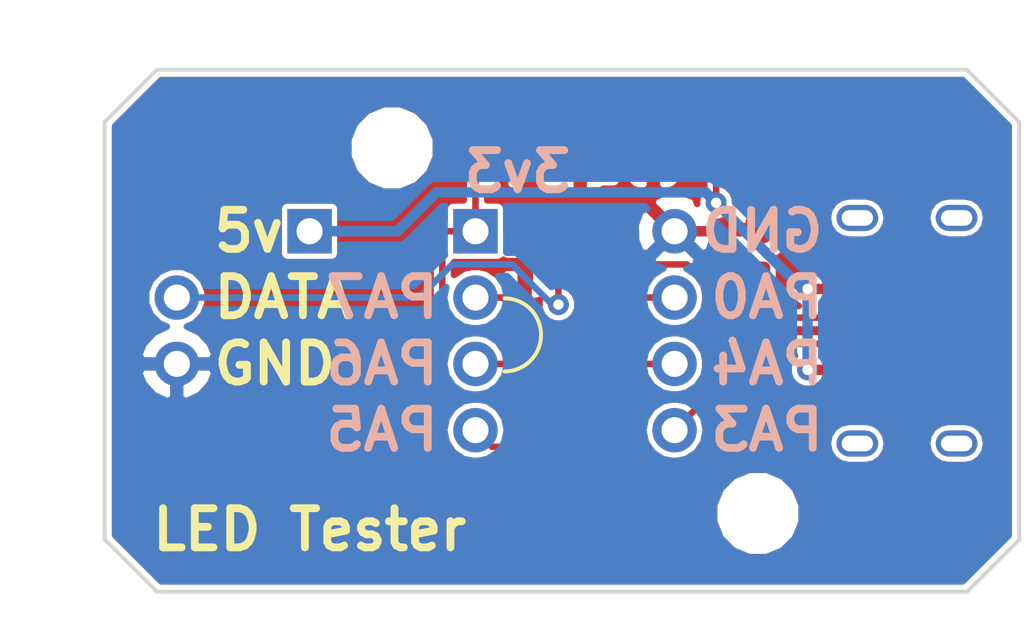
<source format=kicad_pcb>
(kicad_pcb (version 20171130) (host pcbnew 5.0.2+dfsg1-1)

  (general
    (thickness 1.6)
    (drawings 20)
    (tracks 100)
    (zones 0)
    (modules 13)
    (nets 13)
  )

  (page A4)
  (layers
    (0 F.Cu signal)
    (31 B.Cu signal)
    (32 B.Adhes user)
    (33 F.Adhes user)
    (34 B.Paste user)
    (35 F.Paste user)
    (36 B.SilkS user)
    (37 F.SilkS user)
    (38 B.Mask user)
    (39 F.Mask user)
    (40 Dwgs.User user)
    (41 Cmts.User user)
    (42 Eco1.User user)
    (43 Eco2.User user)
    (44 Edge.Cuts user)
    (45 Margin user)
    (46 B.CrtYd user)
    (47 F.CrtYd user)
    (48 B.Fab user)
    (49 F.Fab user)
  )

  (setup
    (last_trace_width 0.25)
    (trace_clearance 0.2)
    (zone_clearance 0.2)
    (zone_45_only no)
    (trace_min 0.2)
    (segment_width 0.2)
    (edge_width 0.15)
    (via_size 0.8)
    (via_drill 0.4)
    (via_min_size 0.4)
    (via_min_drill 0.3)
    (uvia_size 0.3)
    (uvia_drill 0.1)
    (uvias_allowed no)
    (uvia_min_size 0.2)
    (uvia_min_drill 0.1)
    (pcb_text_width 0.3)
    (pcb_text_size 1.5 1.5)
    (mod_edge_width 0.15)
    (mod_text_size 1 1)
    (mod_text_width 0.15)
    (pad_size 1.7 1.7)
    (pad_drill 1)
    (pad_to_mask_clearance 0.051)
    (solder_mask_min_width 0.25)
    (aux_axis_origin 0 0)
    (visible_elements FFFFFF7F)
    (pcbplotparams
      (layerselection 0x010f0_ffffffff)
      (usegerberextensions false)
      (usegerberattributes false)
      (usegerberadvancedattributes false)
      (creategerberjobfile false)
      (excludeedgelayer true)
      (linewidth 0.100000)
      (plotframeref false)
      (viasonmask false)
      (mode 1)
      (useauxorigin false)
      (hpglpennumber 1)
      (hpglpenspeed 20)
      (hpglpendiameter 15.000000)
      (psnegative false)
      (psa4output false)
      (plotreference true)
      (plotvalue true)
      (plotinvisibletext false)
      (padsonsilk false)
      (subtractmaskfromsilk false)
      (outputformat 1)
      (mirror false)
      (drillshape 0)
      (scaleselection 1)
      (outputdirectory ""))
  )

  (net 0 "")
  (net 1 GND)
  (net 2 VCC)
  (net 3 "Net-(J1-PadA5)")
  (net 4 "Net-(J1-PadB5)")
  (net 5 "Net-(J3-Pad1)")
  (net 6 "Net-(J4-Pad4)")
  (net 7 "Net-(J4-Pad3)")
  (net 8 "Net-(J5-Pad2)")
  (net 9 "Net-(J5-Pad3)")
  (net 10 "Net-(J5-Pad4)")
  (net 11 3V3)
  (net 12 "Net-(U2-Pad4)")

  (net_class Default "This is the default net class."
    (clearance 0.2)
    (trace_width 0.25)
    (via_dia 0.8)
    (via_drill 0.4)
    (uvia_dia 0.3)
    (uvia_drill 0.1)
    (add_net 3V3)
    (add_net "Net-(J1-PadA5)")
    (add_net "Net-(J1-PadB5)")
    (add_net "Net-(J3-Pad1)")
    (add_net "Net-(J4-Pad3)")
    (add_net "Net-(J4-Pad4)")
    (add_net "Net-(J5-Pad2)")
    (add_net "Net-(J5-Pad3)")
    (add_net "Net-(J5-Pad4)")
    (add_net "Net-(U2-Pad4)")
  )

  (net_class power ""
    (clearance 0.2)
    (trace_width 0.4)
    (via_dia 0.8)
    (via_drill 0.4)
    (uvia_dia 0.3)
    (uvia_drill 0.1)
    (add_net GND)
    (add_net VCC)
  )

  (module Resistor_SMD:R_0603_1608Metric_Pad1.05x0.95mm_HandSolder (layer F.Cu) (tedit 5FF25BCD) (tstamp 600046D9)
    (at 7 2 90)
    (descr "Resistor SMD 0603 (1608 Metric), square (rectangular) end terminal, IPC_7351 nominal with elongated pad for handsoldering. (Body size source: http://www.tortai-tech.com/upload/download/2011102023233369053.pdf), generated with kicad-footprint-generator")
    (tags "resistor handsolder")
    (path /5FF24B63)
    (attr smd)
    (fp_text reference R1 (at 0 -1.43 90) (layer F.SilkS) hide
      (effects (font (size 1 1) (thickness 0.15)))
    )
    (fp_text value 5.1k (at 0 1.43 90) (layer F.Fab)
      (effects (font (size 1 1) (thickness 0.15)))
    )
    (fp_line (start -0.8 0.4) (end -0.8 -0.4) (layer F.Fab) (width 0.1))
    (fp_line (start -0.8 -0.4) (end 0.8 -0.4) (layer F.Fab) (width 0.1))
    (fp_line (start 0.8 -0.4) (end 0.8 0.4) (layer F.Fab) (width 0.1))
    (fp_line (start 0.8 0.4) (end -0.8 0.4) (layer F.Fab) (width 0.1))
    (fp_line (start -1.65 0.73) (end -1.65 -0.73) (layer F.CrtYd) (width 0.05))
    (fp_line (start -1.65 -0.73) (end 1.65 -0.73) (layer F.CrtYd) (width 0.05))
    (fp_line (start 1.65 -0.73) (end 1.65 0.73) (layer F.CrtYd) (width 0.05))
    (fp_line (start 1.65 0.73) (end -1.65 0.73) (layer F.CrtYd) (width 0.05))
    (fp_text user %R (at 0 0 90) (layer F.Fab)
      (effects (font (size 0.4 0.4) (thickness 0.06)))
    )
    (pad 1 smd roundrect (at -0.875 0 90) (size 1.05 0.95) (layers F.Cu F.Paste F.Mask) (roundrect_rratio 0.25)
      (net 1 GND))
    (pad 2 smd roundrect (at 0.875 0 90) (size 1.05 0.95) (layers F.Cu F.Paste F.Mask) (roundrect_rratio 0.25)
      (net 3 "Net-(J1-PadA5)"))
    (model ${KISYS3DMOD}/Resistor_SMD.3dshapes/R_0603_1608Metric.wrl
      (at (xyz 0 0 0))
      (scale (xyz 1 1 1))
      (rotate (xyz 0 0 0))
    )
  )

  (module Resistor_SMD:R_0603_1608Metric_Pad1.05x0.95mm_HandSolder (layer F.Cu) (tedit 5FF25BC2) (tstamp 60005A36)
    (at 7 -3 270)
    (descr "Resistor SMD 0603 (1608 Metric), square (rectangular) end terminal, IPC_7351 nominal with elongated pad for handsoldering. (Body size source: http://www.tortai-tech.com/upload/download/2011102023233369053.pdf), generated with kicad-footprint-generator")
    (tags "resistor handsolder")
    (path /5FF28677)
    (attr smd)
    (fp_text reference R2 (at 0 -1.43 270) (layer F.SilkS) hide
      (effects (font (size 1 1) (thickness 0.15)))
    )
    (fp_text value 5.1k (at 0 1.43 270) (layer F.Fab)
      (effects (font (size 1 1) (thickness 0.15)))
    )
    (fp_text user %R (at 0 0 270) (layer F.Fab)
      (effects (font (size 0.4 0.4) (thickness 0.06)))
    )
    (fp_line (start 1.65 0.73) (end -1.65 0.73) (layer F.CrtYd) (width 0.05))
    (fp_line (start 1.65 -0.73) (end 1.65 0.73) (layer F.CrtYd) (width 0.05))
    (fp_line (start -1.65 -0.73) (end 1.65 -0.73) (layer F.CrtYd) (width 0.05))
    (fp_line (start -1.65 0.73) (end -1.65 -0.73) (layer F.CrtYd) (width 0.05))
    (fp_line (start 0.8 0.4) (end -0.8 0.4) (layer F.Fab) (width 0.1))
    (fp_line (start 0.8 -0.4) (end 0.8 0.4) (layer F.Fab) (width 0.1))
    (fp_line (start -0.8 -0.4) (end 0.8 -0.4) (layer F.Fab) (width 0.1))
    (fp_line (start -0.8 0.4) (end -0.8 -0.4) (layer F.Fab) (width 0.1))
    (pad 2 smd roundrect (at 0.875 0 270) (size 1.05 0.95) (layers F.Cu F.Paste F.Mask) (roundrect_rratio 0.25)
      (net 4 "Net-(J1-PadB5)"))
    (pad 1 smd roundrect (at -0.875 0 270) (size 1.05 0.95) (layers F.Cu F.Paste F.Mask) (roundrect_rratio 0.25)
      (net 1 GND))
    (model ${KISYS3DMOD}/Resistor_SMD.3dshapes/R_0603_1608Metric.wrl
      (at (xyz 0 0 0))
      (scale (xyz 1 1 1))
      (rotate (xyz 0 0 0))
    )
  )

  (module Capacitor_SMD:C_0603_1608Metric_Pad1.05x0.95mm_HandSolder (layer F.Cu) (tedit 5FF25BA3) (tstamp 60008F36)
    (at 3 -7.4 270)
    (descr "Capacitor SMD 0603 (1608 Metric), square (rectangular) end terminal, IPC_7351 nominal with elongated pad for handsoldering. (Body size source: http://www.tortai-tech.com/upload/download/2011102023233369053.pdf), generated with kicad-footprint-generator")
    (tags "capacitor handsolder")
    (path /5FF2A9B9)
    (attr smd)
    (fp_text reference C1 (at 0 -1.43 270) (layer F.SilkS) hide
      (effects (font (size 1 1) (thickness 0.15)))
    )
    (fp_text value C (at 0 1.43 270) (layer F.Fab)
      (effects (font (size 1 1) (thickness 0.15)))
    )
    (fp_text user %R (at 0 0 270) (layer F.Fab)
      (effects (font (size 0.4 0.4) (thickness 0.06)))
    )
    (fp_line (start 1.65 0.73) (end -1.65 0.73) (layer F.CrtYd) (width 0.05))
    (fp_line (start 1.65 -0.73) (end 1.65 0.73) (layer F.CrtYd) (width 0.05))
    (fp_line (start -1.65 -0.73) (end 1.65 -0.73) (layer F.CrtYd) (width 0.05))
    (fp_line (start -1.65 0.73) (end -1.65 -0.73) (layer F.CrtYd) (width 0.05))
    (fp_line (start 0.8 0.4) (end -0.8 0.4) (layer F.Fab) (width 0.1))
    (fp_line (start 0.8 -0.4) (end 0.8 0.4) (layer F.Fab) (width 0.1))
    (fp_line (start -0.8 -0.4) (end 0.8 -0.4) (layer F.Fab) (width 0.1))
    (fp_line (start -0.8 0.4) (end -0.8 -0.4) (layer F.Fab) (width 0.1))
    (pad 2 smd roundrect (at 0.875 0 270) (size 1.05 0.95) (layers F.Cu F.Paste F.Mask) (roundrect_rratio 0.25)
      (net 1 GND))
    (pad 1 smd roundrect (at -0.875 0 270) (size 1.05 0.95) (layers F.Cu F.Paste F.Mask) (roundrect_rratio 0.25)
      (net 2 VCC))
    (model ${KISYS3DMOD}/Capacitor_SMD.3dshapes/C_0603_1608Metric.wrl
      (at (xyz 0 0 0))
      (scale (xyz 1 1 1))
      (rotate (xyz 0 0 0))
    )
  )

  (module Package_TO_SOT_SMD:SOT-23-5 (layer F.Cu) (tedit 5FF25B99) (tstamp 60008F5C)
    (at 0.2 -7.4 90)
    (descr "5-pin SOT23 package")
    (tags SOT-23-5)
    (path /5FF2B29D)
    (attr smd)
    (fp_text reference U2 (at 0 -2.9 90) (layer F.SilkS) hide
      (effects (font (size 1 1) (thickness 0.15)))
    )
    (fp_text value AP2204K-3.3 (at 0 2.9 90) (layer F.Fab)
      (effects (font (size 1 1) (thickness 0.15)))
    )
    (fp_text user %R (at 0 0 180) (layer F.Fab)
      (effects (font (size 0.5 0.5) (thickness 0.075)))
    )
    (fp_line (start -1.9 -1.8) (end 1.9 -1.8) (layer F.CrtYd) (width 0.05))
    (fp_line (start 1.9 -1.8) (end 1.9 1.8) (layer F.CrtYd) (width 0.05))
    (fp_line (start 1.9 1.8) (end -1.9 1.8) (layer F.CrtYd) (width 0.05))
    (fp_line (start -1.9 1.8) (end -1.9 -1.8) (layer F.CrtYd) (width 0.05))
    (fp_line (start -0.9 -0.9) (end -0.25 -1.55) (layer F.Fab) (width 0.1))
    (fp_line (start 0.9 -1.55) (end -0.25 -1.55) (layer F.Fab) (width 0.1))
    (fp_line (start -0.9 -0.9) (end -0.9 1.55) (layer F.Fab) (width 0.1))
    (fp_line (start 0.9 -1.55) (end 0.9 1.55) (layer F.Fab) (width 0.1))
    (pad 1 smd rect (at -1.1 -0.95 90) (size 1.06 0.65) (layers F.Cu F.Paste F.Mask)
      (net 2 VCC))
    (pad 2 smd rect (at -1.1 0 90) (size 1.06 0.65) (layers F.Cu F.Paste F.Mask)
      (net 1 GND))
    (pad 3 smd rect (at -1.1 0.95 90) (size 1.06 0.65) (layers F.Cu F.Paste F.Mask)
      (net 2 VCC))
    (pad 4 smd rect (at 1.1 0.95 90) (size 1.06 0.65) (layers F.Cu F.Paste F.Mask)
      (net 12 "Net-(U2-Pad4)"))
    (pad 5 smd rect (at 1.1 -0.95 90) (size 1.06 0.65) (layers F.Cu F.Paste F.Mask)
      (net 11 3V3))
    (model ${KISYS3DMOD}/Package_TO_SOT_SMD.3dshapes/SOT-23-5.wrl
      (at (xyz 0 0 0))
      (scale (xyz 1 1 1))
      (rotate (xyz 0 0 0))
    )
  )

  (module Capacitor_SMD:C_0603_1608Metric_Pad1.05x0.95mm_HandSolder (layer F.Cu) (tedit 5FF25B8E) (tstamp 60008F47)
    (at -2.8 -7.4 270)
    (descr "Capacitor SMD 0603 (1608 Metric), square (rectangular) end terminal, IPC_7351 nominal with elongated pad for handsoldering. (Body size source: http://www.tortai-tech.com/upload/download/2011102023233369053.pdf), generated with kicad-footprint-generator")
    (tags "capacitor handsolder")
    (path /5FF2987E)
    (attr smd)
    (fp_text reference C2 (at 0 -1.43 270) (layer F.SilkS) hide
      (effects (font (size 1 1) (thickness 0.15)))
    )
    (fp_text value C (at 0 1.43 270) (layer F.Fab)
      (effects (font (size 1 1) (thickness 0.15)))
    )
    (fp_line (start -0.8 0.4) (end -0.8 -0.4) (layer F.Fab) (width 0.1))
    (fp_line (start -0.8 -0.4) (end 0.8 -0.4) (layer F.Fab) (width 0.1))
    (fp_line (start 0.8 -0.4) (end 0.8 0.4) (layer F.Fab) (width 0.1))
    (fp_line (start 0.8 0.4) (end -0.8 0.4) (layer F.Fab) (width 0.1))
    (fp_line (start -1.65 0.73) (end -1.65 -0.73) (layer F.CrtYd) (width 0.05))
    (fp_line (start -1.65 -0.73) (end 1.65 -0.73) (layer F.CrtYd) (width 0.05))
    (fp_line (start 1.65 -0.73) (end 1.65 0.73) (layer F.CrtYd) (width 0.05))
    (fp_line (start 1.65 0.73) (end -1.65 0.73) (layer F.CrtYd) (width 0.05))
    (fp_text user %R (at 0 0 270) (layer F.Fab)
      (effects (font (size 0.4 0.4) (thickness 0.06)))
    )
    (pad 1 smd roundrect (at -0.875 0 270) (size 1.05 0.95) (layers F.Cu F.Paste F.Mask) (roundrect_rratio 0.25)
      (net 11 3V3))
    (pad 2 smd roundrect (at 0.875 0 270) (size 1.05 0.95) (layers F.Cu F.Paste F.Mask) (roundrect_rratio 0.25)
      (net 1 GND))
    (model ${KISYS3DMOD}/Capacitor_SMD.3dshapes/C_0603_1608Metric.wrl
      (at (xyz 0 0 0))
      (scale (xyz 1 1 1))
      (rotate (xyz 0 0 0))
    )
  )

  (module USB-C-Power-tester:TYPE-C-31-M-17 (layer F.Cu) (tedit 5FF25B7C) (tstamp 60005923)
    (at 14.605 0 90)
    (descr "Korean Hroparts Elec, Power only USB connector supporting up to 3A")
    (path /5FF24A9E)
    (attr smd)
    (fp_text reference J1 (at 0 0 90) (layer F.SilkS) hide
      (effects (font (size 0.8 0.8) (thickness 0.1)))
    )
    (fp_text value USB_C_Receptacle_USB2.0 (at 0 -5.5 90) (layer F.Fab)
      (effects (font (size 0.8 0.8) (thickness 0.1)))
    )
    (pad 1 thru_hole roundrect (at -4.32 0 90) (size 1 1.6) (drill oval 0.6 1.2) (layers *.Cu *.Mask) (roundrect_rratio 0.5))
    (pad 1 thru_hole roundrect (at 4.32 0 90) (size 1 1.6) (drill oval 0.6 1.2) (layers *.Cu *.Mask) (roundrect_rratio 0.5))
    (pad 1 thru_hole roundrect (at 4.32 -3.8 90) (size 1 1.6) (drill oval 0.6 1.2) (layers *.Cu *.Mask) (roundrect_rratio 0.5))
    (pad 1 thru_hole roundrect (at -4.32 -3.8 90) (size 1 1.6) (drill oval 0.6 1.2) (layers *.Cu *.Mask) (roundrect_rratio 0.5))
    (pad A1 smd rect (at -2.75 -3.8 90) (size 0.8 1.2) (layers F.Cu F.Paste F.Mask)
      (net 1 GND))
    (pad A4 smd rect (at -1.52 -3.8 90) (size 0.8 1.2) (layers F.Cu F.Paste F.Mask)
      (net 2 VCC))
    (pad A5 smd rect (at -0.5 -3.8 90) (size 0.8 1.2) (layers F.Cu F.Paste F.Mask)
      (net 3 "Net-(J1-PadA5)"))
    (pad B5 smd rect (at 0.5 -3.8 90) (size 0.8 1.2) (layers F.Cu F.Paste F.Mask)
      (net 4 "Net-(J1-PadB5)"))
    (pad A4 smd rect (at 1.52 -3.8 90) (size 0.8 1.2) (layers F.Cu F.Paste F.Mask)
      (net 2 VCC))
    (pad A1 smd rect (at 2.75 -3.8 90) (size 0.8 1.2) (layers F.Cu F.Paste F.Mask)
      (net 1 GND))
  )

  (module Package_SO:SOIC-8_3.9x4.9mm_P1.27mm (layer F.Cu) (tedit 5FF25BB7) (tstamp 60005299)
    (at 0 0.16 90)
    (descr "8-Lead Plastic Small Outline (SN) - Narrow, 3.90 mm Body [SOIC] (see Microchip Packaging Specification http://ww1.microchip.com/downloads/en/PackagingSpec/00000049BQ.pdf)")
    (tags "SOIC 1.27")
    (path /5FF24765)
    (attr smd)
    (fp_text reference U1 (at 0 -3.5 90) (layer F.SilkS) hide
      (effects (font (size 1 1) (thickness 0.15)))
    )
    (fp_text value PIC12F1501-ISN (at 0 3.5 90) (layer F.Fab)
      (effects (font (size 1 1) (thickness 0.15)))
    )
    (fp_text user %R (at 0 0) (layer F.Fab)
      (effects (font (size 1 1) (thickness 0.15)))
    )
    (fp_line (start -0.95 -2.45) (end 1.95 -2.45) (layer F.Fab) (width 0.1))
    (fp_line (start 1.95 -2.45) (end 1.95 2.45) (layer F.Fab) (width 0.1))
    (fp_line (start 1.95 2.45) (end -1.95 2.45) (layer F.Fab) (width 0.1))
    (fp_line (start -1.95 2.45) (end -1.95 -1.45) (layer F.Fab) (width 0.1))
    (fp_line (start -1.95 -1.45) (end -0.95 -2.45) (layer F.Fab) (width 0.1))
    (fp_line (start -3.73 -2.7) (end -3.73 2.7) (layer F.CrtYd) (width 0.05))
    (fp_line (start 3.73 -2.7) (end 3.73 2.7) (layer F.CrtYd) (width 0.05))
    (fp_line (start -3.73 -2.7) (end 3.73 -2.7) (layer F.CrtYd) (width 0.05))
    (fp_line (start -3.73 2.7) (end 3.73 2.7) (layer F.CrtYd) (width 0.05))
    (fp_arc (start 0 -2.7) (end -1.4 -2.7) (angle -180) (layer F.SilkS) (width 0.15))
    (pad 1 smd rect (at -2.7 -1.905 90) (size 1.55 0.6) (layers F.Cu F.Paste F.Mask)
      (net 11 3V3))
    (pad 2 smd rect (at -2.7 -0.635 90) (size 1.55 0.6) (layers F.Cu F.Paste F.Mask)
      (net 8 "Net-(J5-Pad2)"))
    (pad 3 smd rect (at -2.7 0.635 90) (size 1.55 0.6) (layers F.Cu F.Paste F.Mask)
      (net 9 "Net-(J5-Pad3)"))
    (pad 4 smd rect (at -2.7 1.905 90) (size 1.55 0.6) (layers F.Cu F.Paste F.Mask)
      (net 10 "Net-(J5-Pad4)"))
    (pad 5 smd rect (at 2.7 1.905 90) (size 1.55 0.6) (layers F.Cu F.Paste F.Mask)
      (net 6 "Net-(J4-Pad4)"))
    (pad 6 smd rect (at 2.7 0.635 90) (size 1.55 0.6) (layers F.Cu F.Paste F.Mask)
      (net 7 "Net-(J4-Pad3)"))
    (pad 7 smd rect (at 2.7 -0.635 90) (size 1.55 0.6) (layers F.Cu F.Paste F.Mask)
      (net 5 "Net-(J3-Pad1)"))
    (pad 8 smd rect (at 2.7 -1.905 90) (size 1.55 0.6) (layers F.Cu F.Paste F.Mask)
      (net 1 GND))
    (model ${KISYS3DMOD}/Package_SO.3dshapes/SOIC-8_3.9x4.9mm_P1.27mm.wrl
      (at (xyz 0 0 0))
      (scale (xyz 1 1 1))
      (rotate (xyz 0 0 0))
    )
  )

  (module Connector_PinHeader_2.54mm:PinHeader_1x02_P2.54mm_Vertical (layer F.Cu) (tedit 5FF25AE3) (tstamp 60004698)
    (at -15.24 -1.27)
    (descr "Through hole straight pin header, 1x02, 2.54mm pitch, single row")
    (tags "Through hole pin header THT 1x02 2.54mm single row")
    (path /5FF266C2)
    (fp_text reference J3 (at 0 -2.33) (layer F.SilkS) hide
      (effects (font (size 1 1) (thickness 0.15)))
    )
    (fp_text value Conn_01x02_Male (at 0 4.87) (layer F.Fab)
      (effects (font (size 1 1) (thickness 0.15)))
    )
    (fp_text user %R (at 0 1.27 90) (layer F.Fab) hide
      (effects (font (size 1 1) (thickness 0.15)))
    )
    (pad 1 thru_hole circle (at 0 0) (size 1.7 1.7) (drill 1) (layers *.Cu *.Mask)
      (net 5 "Net-(J3-Pad1)"))
    (pad 2 thru_hole oval (at 0 2.54) (size 1.7 1.7) (drill 1) (layers *.Cu *.Mask)
      (net 1 GND))
    (model ${KISYS3DMOD}/Connector_PinHeader_2.54mm.3dshapes/PinHeader_1x02_P2.54mm_Vertical.wrl
      (at (xyz 0 0 0))
      (scale (xyz 1 1 1))
      (rotate (xyz 0 0 0))
    )
  )

  (module Connector_PinHeader_2.54mm:PinHeader_1x01_P2.54mm_Vertical (layer F.Cu) (tedit 5FF25429) (tstamp 60004682)
    (at -10.16 -3.81)
    (descr "Through hole straight pin header, 1x01, 2.54mm pitch, single row")
    (tags "Through hole pin header THT 1x01 2.54mm single row")
    (path /5FF2660A)
    (fp_text reference J2 (at 0 -2.33) (layer F.SilkS) hide
      (effects (font (size 1 1) (thickness 0.15)))
    )
    (fp_text value Conn_01x01_Male (at 0 2.33) (layer F.Fab)
      (effects (font (size 1 1) (thickness 0.15)))
    )
    (fp_text user %R (at 0 0 90) (layer F.Fab)
      (effects (font (size 1 1) (thickness 0.15)))
    )
    (pad 1 thru_hole rect (at 0 0) (size 1.7 1.7) (drill 1) (layers *.Cu *.Mask)
      (net 2 VCC))
    (model ${KISYS3DMOD}/Connector_PinHeader_2.54mm.3dshapes/PinHeader_1x01_P2.54mm_Vertical.wrl
      (at (xyz 0 0 0))
      (scale (xyz 1 1 1))
      (rotate (xyz 0 0 0))
    )
  )

  (module Connector_PinHeader_2.54mm:PinHeader_1x04_P2.54mm_Vertical (layer F.Cu) (tedit 5FF24FFA) (tstamp 60004A72)
    (at -3.81 -3.81)
    (descr "Through hole straight pin header, 1x04, 2.54mm pitch, single row")
    (tags "Through hole pin header THT 1x04 2.54mm single row")
    (path /5FF255DF)
    (fp_text reference J5 (at 0 -2.33) (layer F.SilkS) hide
      (effects (font (size 1 1) (thickness 0.15)))
    )
    (fp_text value Conn_01x04_Male (at 0 9.95) (layer F.Fab)
      (effects (font (size 1 1) (thickness 0.15)))
    )
    (fp_text user %R (at 0 3.81 90) (layer F.Fab)
      (effects (font (size 1 1) (thickness 0.15)))
    )
    (pad 1 thru_hole rect (at 0 0) (size 1.7 1.7) (drill 1) (layers *.Cu *.Mask)
      (net 11 3V3))
    (pad 2 thru_hole oval (at 0 2.54) (size 1.7 1.7) (drill 1) (layers *.Cu *.Mask)
      (net 8 "Net-(J5-Pad2)"))
    (pad 3 thru_hole oval (at 0 5.08) (size 1.7 1.7) (drill 1) (layers *.Cu *.Mask)
      (net 9 "Net-(J5-Pad3)"))
    (pad 4 thru_hole oval (at 0 7.62) (size 1.7 1.7) (drill 1) (layers *.Cu *.Mask)
      (net 10 "Net-(J5-Pad4)"))
    (model ${KISYS3DMOD}/Connector_PinHeader_2.54mm.3dshapes/PinHeader_1x04_P2.54mm_Vertical.wrl
      (at (xyz 0 0 0))
      (scale (xyz 1 1 1))
      (rotate (xyz 0 0 0))
    )
  )

  (module Connector_PinHeader_2.54mm:PinHeader_1x04_P2.54mm_Vertical (layer F.Cu) (tedit 5FF24FDB) (tstamp 60004BA0)
    (at 3.81 -3.81)
    (descr "Through hole straight pin header, 1x04, 2.54mm pitch, single row")
    (tags "Through hole pin header THT 1x04 2.54mm single row")
    (path /5FF256B2)
    (fp_text reference J4 (at 0 -2.33) (layer F.SilkS) hide
      (effects (font (size 1 1) (thickness 0.15)))
    )
    (fp_text value Conn_01x04_Male (at 0 9.95) (layer F.Fab)
      (effects (font (size 1 1) (thickness 0.15)))
    )
    (fp_text user %R (at 0 3.81 90) (layer F.Fab)
      (effects (font (size 1 1) (thickness 0.15)))
    )
    (pad 4 thru_hole oval (at 0 7.62) (size 1.7 1.7) (drill 1) (layers *.Cu *.Mask)
      (net 6 "Net-(J4-Pad4)"))
    (pad 3 thru_hole oval (at 0 5.08) (size 1.7 1.7) (drill 1) (layers *.Cu *.Mask)
      (net 7 "Net-(J4-Pad3)"))
    (pad 2 thru_hole oval (at 0 2.54) (size 1.7 1.7) (drill 1) (layers *.Cu *.Mask)
      (net 5 "Net-(J3-Pad1)"))
    (pad 1 thru_hole circle (at 0 0) (size 1.7 1.7) (drill 1) (layers *.Cu *.Mask)
      (net 1 GND))
    (model ${KISYS3DMOD}/Connector_PinHeader_2.54mm.3dshapes/PinHeader_1x04_P2.54mm_Vertical.wrl
      (at (xyz 0 0 0))
      (scale (xyz 1 1 1))
      (rotate (xyz 0 0 0))
    )
  )

  (module MountingHole:MountingHole_2.7mm_M2.5 (layer F.Cu) (tedit 5FF25F19) (tstamp 5FF26E39)
    (at 7 7)
    (descr "Mounting Hole 2.7mm, no annular, M2.5")
    (tags "mounting hole 2.7mm no annular m2.5")
    (attr virtual)
    (fp_text reference REF** (at 0 -3.7) (layer F.SilkS) hide
      (effects (font (size 1 1) (thickness 0.15)))
    )
    (fp_text value MountingHole_2.7mm_M2.5 (at 0 3.7) (layer F.Fab)
      (effects (font (size 1 1) (thickness 0.15)))
    )
    (fp_circle (center 0 0) (end 2.95 0) (layer F.CrtYd) (width 0.05))
    (fp_circle (center 0 0) (end 2.7 0) (layer Cmts.User) (width 0.15))
    (fp_text user %R (at 0.3 0) (layer F.Fab)
      (effects (font (size 1 1) (thickness 0.15)))
    )
    (pad 1 np_thru_hole circle (at 0 0) (size 2.7 2.7) (drill 2.7) (layers *.Cu *.Mask))
  )

  (module MountingHole:MountingHole_2.7mm_M2.5 (layer F.Cu) (tedit 5FF25F14) (tstamp 5FF26ED1)
    (at -7 -7)
    (descr "Mounting Hole 2.7mm, no annular, M2.5")
    (tags "mounting hole 2.7mm no annular m2.5")
    (attr virtual)
    (fp_text reference REF** (at 0 -3.7) (layer F.SilkS) hide
      (effects (font (size 1 1) (thickness 0.15)))
    )
    (fp_text value MountingHole_2.7mm_M2.5 (at 0 3.7) (layer F.Fab)
      (effects (font (size 1 1) (thickness 0.15)))
    )
    (fp_circle (center 0 0) (end 2.95 0) (layer F.CrtYd) (width 0.05))
    (fp_circle (center 0 0) (end 2.7 0) (layer Cmts.User) (width 0.15))
    (fp_text user %R (at 0.3 0) (layer F.Fab)
      (effects (font (size 1 1) (thickness 0.15)))
    )
    (pad 1 np_thru_hole circle (at 0 0) (size 2.7 2.7) (drill 2.7) (layers *.Cu *.Mask))
  )

  (gr_text PA4 (at 9.652 1.27) (layer B.SilkS) (tstamp 5FF27792)
    (effects (font (size 1.5 1.5) (thickness 0.3)) (justify left mirror))
  )
  (gr_text GND (at 9.652 -3.81) (layer B.SilkS) (tstamp 5FF2778F)
    (effects (font (size 1.5 1.5) (thickness 0.3)) (justify left mirror))
  )
  (gr_text PA0 (at 9.652 -1.27) (layer B.SilkS) (tstamp 5FF277A4)
    (effects (font (size 1.5 1.5) (thickness 0.3)) (justify left mirror))
  )
  (gr_text PA3 (at 9.652 3.81) (layer B.SilkS) (tstamp 5FF27798)
    (effects (font (size 1.5 1.5) (thickness 0.3)) (justify left mirror))
  )
  (gr_text 3v3 (at 0 -6.096) (layer B.SilkS) (tstamp 5FF2779B)
    (effects (font (size 1.5 1.5) (thickness 0.3)) (justify left mirror))
  )
  (gr_text PA7 (at -5.08 -1.27) (layer B.SilkS) (tstamp 5FF2779E)
    (effects (font (size 1.5 1.5) (thickness 0.3)) (justify left mirror))
  )
  (gr_text PA6 (at -5.08 1.27) (layer B.SilkS) (tstamp 5FF27795)
    (effects (font (size 1.5 1.5) (thickness 0.3)) (justify left mirror))
  )
  (gr_text PA5 (at -5.08 3.81) (layer B.SilkS) (tstamp 5FF277A1)
    (effects (font (size 1.5 1.5) (thickness 0.3)) (justify left mirror))
  )
  (gr_text "LED Tester" (at -10.16 7.62) (layer F.SilkS)
    (effects (font (size 1.5 1.5) (thickness 0.3)))
  )
  (gr_text DATA (at -13.97 -1.27) (layer F.SilkS) (tstamp 5FF26530)
    (effects (font (size 1.5 1.5) (thickness 0.3)) (justify left))
  )
  (gr_text GND (at -13.97 1.27) (layer F.SilkS) (tstamp 5FF263AB)
    (effects (font (size 1.5 1.5) (thickness 0.3)) (justify left))
  )
  (gr_text 5v (at -13.97 -3.81) (layer F.SilkS)
    (effects (font (size 1.5 1.5) (thickness 0.3)) (justify left))
  )
  (gr_line (start -18 8) (end -18 -8) (angle 90) (layer Edge.Cuts) (width 0.15))
  (gr_line (start -16 10) (end -18 8) (angle 90) (layer Edge.Cuts) (width 0.15))
  (gr_line (start 15 10) (end -16 10) (angle 90) (layer Edge.Cuts) (width 0.15))
  (gr_line (start 17 8) (end 15 10) (angle 90) (layer Edge.Cuts) (width 0.15))
  (gr_line (start 17 -8) (end 17 8) (angle 90) (layer Edge.Cuts) (width 0.15))
  (gr_line (start 15 -10) (end 17 -8) (angle 90) (layer Edge.Cuts) (width 0.15))
  (gr_line (start -16 -10) (end 15 -10) (angle 90) (layer Edge.Cuts) (width 0.15))
  (gr_line (start -18 -8) (end -16 -10) (angle 90) (layer Edge.Cuts) (width 0.15))

  (segment (start -1.905 -3.015) (end -1.905 -2.54) (width 0.25) (layer F.Cu) (net 1))
  (segment (start 2.960001 -4.659999) (end -0.260001 -4.659999) (width 0.25) (layer F.Cu) (net 1))
  (segment (start -0.260001 -4.659999) (end -1.905 -3.015) (width 0.25) (layer F.Cu) (net 1))
  (segment (start 3.81 -3.81) (end 2.960001 -4.659999) (width 0.25) (layer F.Cu) (net 1))
  (segment (start 3.81 -3.81) (end 6.935 -3.81) (width 0.4) (layer F.Cu) (net 1) (status C00000))
  (segment (start 6.935 -3.81) (end 7 -3.875) (width 0.4) (layer F.Cu) (net 1) (tstamp 60005B85) (status C00000))
  (segment (start 7 -3.875) (end 8.125 -3.875) (width 0.4) (layer F.Cu) (net 1) (tstamp 60005B86) (status 400000))
  (segment (start 9.25 -2.75) (end 10.805 -2.75) (width 0.4) (layer F.Cu) (net 1) (tstamp 60005B88) (status 800000))
  (segment (start 8.125 -3.875) (end 9.25 -2.75) (width 0.4) (layer F.Cu) (net 1) (tstamp 60005B87))
  (segment (start 10.805 2.75) (end 7.125 2.75) (width 0.4) (layer F.Cu) (net 1) (status C00000))
  (segment (start 7.125 2.75) (end 7 2.875) (width 0.4) (layer F.Cu) (net 1) (tstamp 60005B8B) (status C00000))
  (segment (start 7 2.875) (end 6.275 2.875) (width 0.4) (layer F.Cu) (net 1) (tstamp 60005B8C) (status 400000))
  (segment (start 6.275 2.875) (end 5.8 2.4) (width 0.4) (layer F.Cu) (net 1) (tstamp 60005B8D))
  (segment (start 5.8 2.4) (end 5.8 -1.82) (width 0.4) (layer F.Cu) (net 1) (tstamp 60005B8E))
  (segment (start 5.8 -1.82) (end 3.81 -3.81) (width 0.4) (layer F.Cu) (net 1) (tstamp 60005B8F) (status 800000))
  (segment (start 0.2 -6.3) (end 0.2 -5.12) (width 0.25) (layer F.Cu) (net 1) (status 400000))
  (segment (start 0.2 -5.12) (end -0.260001 -4.659999) (width 0.25) (layer F.Cu) (net 1) (tstamp 6000C6CC))
  (segment (start -2.8 -5.6) (end -2.8 -6.525) (width 0.25) (layer F.Cu) (net 1))
  (segment (start -0.260001 -4.659999) (end -1.859999 -4.659999) (width 0.25) (layer F.Cu) (net 1))
  (segment (start -1.859999 -4.659999) (end -2.8 -5.6) (width 0.25) (layer F.Cu) (net 1))
  (segment (start -0.75 -6.3) (end -0.75 -6.85) (width 0.25) (layer F.Cu) (net 2) (status 400000))
  (segment (start 1.15 -7.05) (end 1.15 -6.3) (width 0.25) (layer F.Cu) (net 2) (tstamp 6000C6C7) (status 800000))
  (segment (start 0.8 -7.4) (end 1.15 -7.05) (width 0.25) (layer F.Cu) (net 2) (tstamp 6000C6C6))
  (segment (start -0.2 -7.4) (end 0.8 -7.4) (width 0.25) (layer F.Cu) (net 2) (tstamp 6000C6C5))
  (segment (start -0.75 -6.85) (end -0.2 -7.4) (width 0.25) (layer F.Cu) (net 2) (tstamp 6000C6C4))
  (segment (start 2.125 -7.4) (end 3 -8.275) (width 0.25) (layer F.Cu) (net 2))
  (segment (start 0.8 -7.4) (end 2.125 -7.4) (width 0.25) (layer F.Cu) (net 2))
  (via (at 5.4 -4.9) (size 0.8) (drill 0.4) (layers F.Cu B.Cu) (net 2))
  (segment (start 3 -8.275) (end 5.4 -5.875) (width 0.25) (layer F.Cu) (net 2))
  (segment (start 5.4 -5.875) (end 5.4 -4.9) (width 0.25) (layer F.Cu) (net 2))
  (via (at 8.9 -1.6) (size 0.8) (drill 0.4) (layers F.Cu B.Cu) (net 2))
  (segment (start 5.4 -4.9) (end 8.7 -1.6) (width 0.4) (layer B.Cu) (net 2))
  (segment (start 8.7 -1.6) (end 8.9 -1.6) (width 0.4) (layer B.Cu) (net 2))
  (segment (start 10.725 -1.6) (end 10.805 -1.52) (width 0.4) (layer F.Cu) (net 2))
  (segment (start 8.9 -1.6) (end 10.725 -1.6) (width 0.4) (layer F.Cu) (net 2))
  (segment (start 8.9 -1.6) (end 8.9 -1.034315) (width 0.4) (layer B.Cu) (net 2))
  (via (at 8.9 1.5) (size 0.8) (drill 0.4) (layers F.Cu B.Cu) (net 2))
  (segment (start 8.9 -1.034315) (end 8.9 1.5) (width 0.4) (layer B.Cu) (net 2))
  (segment (start 10.785 1.5) (end 10.805 1.52) (width 0.4) (layer F.Cu) (net 2))
  (segment (start 8.9 1.5) (end 10.785 1.5) (width 0.4) (layer F.Cu) (net 2))
  (segment (start 5.000001 -5.299999) (end 5.4 -4.9) (width 0.4) (layer B.Cu) (net 2))
  (segment (start -10.16 -3.81) (end -6.79 -3.81) (width 0.4) (layer B.Cu) (net 2))
  (segment (start -5.300001 -5.299999) (end 5.000001 -5.299999) (width 0.4) (layer B.Cu) (net 2))
  (segment (start -6.79 -3.81) (end -5.300001 -5.299999) (width 0.4) (layer B.Cu) (net 2))
  (segment (start 7.625 0.5) (end 7 1.125) (width 0.25) (layer F.Cu) (net 3))
  (segment (start 10.805 0.5) (end 7.625 0.5) (width 0.25) (layer F.Cu) (net 3))
  (segment (start 7 -2.125) (end 7 -1) (width 0.25) (layer F.Cu) (net 4))
  (segment (start 7.5 -0.5) (end 10.805 -0.5) (width 0.25) (layer F.Cu) (net 4))
  (segment (start 7 -1) (end 7.5 -0.5) (width 0.25) (layer F.Cu) (net 4))
  (segment (start 1.195001 -3.640001) (end 1.27 -3.565002) (width 0.25) (layer F.Cu) (net 5))
  (segment (start -0.009999 -3.640001) (end 1.195001 -3.640001) (width 0.25) (layer F.Cu) (net 5))
  (segment (start -0.635 -2.54) (end -0.635 -3.015) (width 0.25) (layer F.Cu) (net 5))
  (segment (start -0.635 -3.015) (end -0.009999 -3.640001) (width 0.25) (layer F.Cu) (net 5))
  (segment (start 1.27 -1.514998) (end 1.514998 -1.27) (width 0.25) (layer F.Cu) (net 5))
  (segment (start 2.607919 -1.27) (end 3.81 -1.27) (width 0.25) (layer F.Cu) (net 5))
  (segment (start 1.514998 -1.27) (end 2.607919 -1.27) (width 0.25) (layer F.Cu) (net 5))
  (segment (start 1.27 -3.565002) (end 1.27 -1.514998) (width 0.25) (layer F.Cu) (net 5))
  (segment (start -15.24 -1.27) (end -5.969 -1.27) (width 0.25) (layer B.Cu) (net 5) (status 400000))
  (segment (start -0.635 -0.762) (end -0.635 -2.54) (width 0.25) (layer F.Cu) (net 5) (tstamp 60008057) (status 800000))
  (via (at -0.635 -1) (size 0.8) (drill 0.4) (layers F.Cu B.Cu) (net 5))
  (segment (start -2.413 -2.54) (end -0.635 -0.762) (width 0.25) (layer B.Cu) (net 5) (tstamp 60008054))
  (segment (start -4.699 -2.54) (end -2.413 -2.54) (width 0.25) (layer B.Cu) (net 5) (tstamp 60008052))
  (segment (start -5.969 -1.27) (end -4.699 -2.54) (width 0.25) (layer B.Cu) (net 5) (tstamp 60008050))
  (segment (start 4.659999 2.960001) (end 3.81 3.81) (width 0.25) (layer F.Cu) (net 6))
  (segment (start 4.985001 2.634999) (end 4.659999 2.960001) (width 0.25) (layer F.Cu) (net 6))
  (segment (start 4.985001 -1.834001) (end 4.985001 2.634999) (width 0.25) (layer F.Cu) (net 6))
  (segment (start 4.279002 -2.54) (end 4.985001 -1.834001) (width 0.25) (layer F.Cu) (net 6))
  (segment (start 1.905 -2.54) (end 4.279002 -2.54) (width 0.25) (layer F.Cu) (net 6))
  (segment (start 2.607919 1.27) (end 3.81 1.27) (width 0.25) (layer F.Cu) (net 7))
  (segment (start 0.635 -0.702919) (end 2.607919 1.27) (width 0.25) (layer F.Cu) (net 7))
  (segment (start 0.635 -2.54) (end 0.635 -0.702919) (width 0.25) (layer F.Cu) (net 7))
  (segment (start -3.81 -1.27) (end -2.7686 -1.27) (width 0.25) (layer F.Cu) (net 8) (status 400000))
  (segment (start -0.635 0.8636) (end -0.635 2.86) (width 0.25) (layer F.Cu) (net 8) (status 800000))
  (segment (start -2.7686 -1.27) (end -0.635 0.8636) (width 0.25) (layer F.Cu) (net 8))
  (segment (start -2.607919 1.27) (end -3.81 1.27) (width 0.25) (layer F.Cu) (net 9))
  (segment (start -1.834998 1.27) (end -2.607919 1.27) (width 0.25) (layer F.Cu) (net 9))
  (segment (start -1.195001 3.960001) (end -1.279999 3.875003) (width 0.25) (layer F.Cu) (net 9))
  (segment (start 0.009999 3.960001) (end -1.195001 3.960001) (width 0.25) (layer F.Cu) (net 9))
  (segment (start 0.635 3.335) (end 0.009999 3.960001) (width 0.25) (layer F.Cu) (net 9))
  (segment (start -1.279999 1.824999) (end -1.834998 1.27) (width 0.25) (layer F.Cu) (net 9))
  (segment (start -1.279999 3.875003) (end -1.279999 1.824999) (width 0.25) (layer F.Cu) (net 9))
  (segment (start 0.635 2.86) (end 0.635 3.335) (width 0.25) (layer F.Cu) (net 9))
  (segment (start 1.905 3.335) (end 1.905 2.86) (width 0.25) (layer F.Cu) (net 10))
  (segment (start 0.795 4.445) (end 1.905 3.335) (width 0.25) (layer F.Cu) (net 10))
  (segment (start -3.81 3.81) (end -3.175 4.445) (width 0.25) (layer F.Cu) (net 10))
  (segment (start -3.175 4.445) (end 0.795 4.445) (width 0.25) (layer F.Cu) (net 10))
  (segment (start -4.91 -3.81) (end -5.08 -3.64) (width 0.25) (layer F.Cu) (net 11))
  (segment (start -3.81 -3.81) (end -4.91 -3.81) (width 0.25) (layer F.Cu) (net 11))
  (segment (start -2.455 2.86) (end -1.905 2.86) (width 0.25) (layer F.Cu) (net 11))
  (segment (start -2.680001 2.634999) (end -2.455 2.86) (width 0.25) (layer F.Cu) (net 11))
  (segment (start -4.184003 2.634999) (end -2.680001 2.634999) (width 0.25) (layer F.Cu) (net 11))
  (segment (start -5.08 1.739002) (end -4.184003 2.634999) (width 0.25) (layer F.Cu) (net 11))
  (segment (start -5.08 -3.64) (end -5.08 1.739002) (width 0.25) (layer F.Cu) (net 11))
  (segment (start -2.8 -8.275) (end -1.725 -8.275) (width 0.25) (layer F.Cu) (net 11))
  (segment (start -1.5 -8.5) (end -0.75 -8.5) (width 0.25) (layer F.Cu) (net 11))
  (segment (start -1.725 -8.275) (end -1.5 -8.5) (width 0.25) (layer F.Cu) (net 11))
  (segment (start -3.81 -4.91) (end -3.81 -3.81) (width 0.25) (layer F.Cu) (net 11))
  (segment (start -3.81 -7.84) (end -3.81 -4.91) (width 0.25) (layer F.Cu) (net 11))
  (segment (start -3.375 -8.275) (end -3.81 -7.84) (width 0.25) (layer F.Cu) (net 11))
  (segment (start -2.8 -8.275) (end -3.375 -8.275) (width 0.25) (layer F.Cu) (net 11))

  (zone (net 1) (net_name GND) (layer F.Cu) (tstamp 5FF27B61) (hatch edge 0.508)
    (connect_pads (clearance 0.2))
    (min_thickness 0.254)
    (fill yes (arc_segments 16) (thermal_gap 0.508) (thermal_bridge_width 0.508))
    (polygon
      (pts
        (xy -16 -10) (xy 15 -10) (xy 17 -8) (xy 17 8) (xy 15 10)
        (xy -16 10) (xy -18 8) (xy -18 -8)
      )
    )
    (filled_polygon
      (pts
        (xy 16.598 -7.833486) (xy 16.598001 7.833485) (xy 14.833487 9.598) (xy -15.833486 9.598) (xy -17.598 7.833487)
        (xy -17.598 6.666424) (xy 5.323 6.666424) (xy 5.323 7.333576) (xy 5.578308 7.949944) (xy 6.050056 8.421692)
        (xy 6.666424 8.677) (xy 7.333576 8.677) (xy 7.949944 8.421692) (xy 8.421692 7.949944) (xy 8.677 7.333576)
        (xy 8.677 6.666424) (xy 8.421692 6.050056) (xy 7.949944 5.578308) (xy 7.333576 5.323) (xy 6.666424 5.323)
        (xy 6.050056 5.578308) (xy 5.578308 6.050056) (xy 5.323 6.666424) (xy -17.598 6.666424) (xy -17.598 1.62689)
        (xy -16.681476 1.62689) (xy -16.511645 2.036924) (xy -16.121358 2.465183) (xy -15.596892 2.711486) (xy -15.367 2.590819)
        (xy -15.367 1.397) (xy -15.113 1.397) (xy -15.113 2.590819) (xy -14.883108 2.711486) (xy -14.358642 2.465183)
        (xy -13.968355 2.036924) (xy -13.798524 1.62689) (xy -13.919845 1.397) (xy -15.113 1.397) (xy -15.367 1.397)
        (xy -16.560155 1.397) (xy -16.681476 1.62689) (xy -17.598 1.62689) (xy -17.598 0.91311) (xy -16.681476 0.91311)
        (xy -16.560155 1.143) (xy -15.367 1.143) (xy -15.367 1.123) (xy -15.113 1.123) (xy -15.113 1.143)
        (xy -13.919845 1.143) (xy -13.798524 0.91311) (xy -13.968355 0.503076) (xy -14.358642 0.074817) (xy -14.851844 -0.156804)
        (xy -14.573283 -0.272187) (xy -14.242187 -0.603283) (xy -14.063 -1.03588) (xy -14.063 -1.50412) (xy -14.242187 -1.936717)
        (xy -14.573283 -2.267813) (xy -15.00588 -2.447) (xy -15.47412 -2.447) (xy -15.906717 -2.267813) (xy -16.237813 -1.936717)
        (xy -16.417 -1.50412) (xy -16.417 -1.03588) (xy -16.237813 -0.603283) (xy -15.906717 -0.272187) (xy -15.628156 -0.156804)
        (xy -16.121358 0.074817) (xy -16.511645 0.503076) (xy -16.681476 0.91311) (xy -17.598 0.91311) (xy -17.598 -4.66)
        (xy -11.343406 -4.66) (xy -11.343406 -2.96) (xy -11.318027 -2.832411) (xy -11.245754 -2.724246) (xy -11.137589 -2.651973)
        (xy -11.01 -2.626594) (xy -9.31 -2.626594) (xy -9.182411 -2.651973) (xy -9.074246 -2.724246) (xy -9.001973 -2.832411)
        (xy -8.976594 -2.96) (xy -8.976594 -3.64) (xy -5.540855 -3.64) (xy -5.532 -3.595482) (xy -5.531999 1.694479)
        (xy -5.540855 1.739002) (xy -5.505775 1.915363) (xy -5.477679 1.957411) (xy -5.405873 2.064876) (xy -5.368133 2.090093)
        (xy -4.561593 2.896634) (xy -4.658569 2.961431) (xy -4.918709 3.350758) (xy -5.010058 3.81) (xy -4.918709 4.269242)
        (xy -4.658569 4.658569) (xy -4.269242 4.918709) (xy -3.92592 4.987) (xy -3.69408 4.987) (xy -3.350758 4.918709)
        (xy -3.295615 4.881864) (xy -3.175 4.905855) (xy -3.130482 4.897) (xy 0.750482 4.897) (xy 0.795 4.905855)
        (xy 0.839518 4.897) (xy 0.971362 4.870775) (xy 1.120874 4.770874) (xy 1.146093 4.733131) (xy 1.910819 3.968406)
        (xy 2.205 3.968406) (xy 2.332589 3.943027) (xy 2.440754 3.870754) (xy 2.513027 3.762589) (xy 2.538406 3.635)
        (xy 2.538406 2.085) (xy 2.513027 1.957411) (xy 2.440754 1.849246) (xy 2.332589 1.776973) (xy 2.205 1.751594)
        (xy 1.605 1.751594) (xy 1.477411 1.776973) (xy 1.369246 1.849246) (xy 1.296973 1.957411) (xy 1.271594 2.085)
        (xy 1.271594 3.329181) (xy 1.268406 3.332369) (xy 1.268406 2.085) (xy 1.243027 1.957411) (xy 1.170754 1.849246)
        (xy 1.062589 1.776973) (xy 0.935 1.751594) (xy 0.335 1.751594) (xy 0.207411 1.776973) (xy 0.099246 1.849246)
        (xy 0.026973 1.957411) (xy 0.001594 2.085) (xy 0.001594 3.329182) (xy -0.001594 3.33237) (xy -0.001594 2.085)
        (xy -0.026973 1.957411) (xy -0.099246 1.849246) (xy -0.183 1.793284) (xy -0.183 0.908117) (xy -0.174145 0.863599)
        (xy -0.209225 0.687238) (xy -0.283909 0.575466) (xy -0.309126 0.537726) (xy -0.346866 0.512509) (xy -2.090063 -1.230687)
        (xy -2.032 -1.28875) (xy -2.032 -2.413) (xy -2.68125 -2.413) (xy -2.84 -2.25425) (xy -2.84 -1.936835)
        (xy -2.961431 -2.118569) (xy -3.350758 -2.378709) (xy -3.69408 -2.447) (xy -3.92592 -2.447) (xy -4.269242 -2.378709)
        (xy -4.628 -2.138995) (xy -4.628 -2.626594) (xy -2.96 -2.626594) (xy -2.832411 -2.651973) (xy -2.732788 -2.718538)
        (xy -2.68125 -2.667) (xy -2.032 -2.667) (xy -2.032 -3.79125) (xy -1.778 -3.79125) (xy -1.778 -2.667)
        (xy -1.758 -2.667) (xy -1.758 -2.413) (xy -1.778 -2.413) (xy -1.778 -1.28875) (xy -1.61925 -1.13)
        (xy -1.47869 -1.13) (xy -1.345137 -1.185319) (xy -1.362 -1.144609) (xy -1.362 -0.855391) (xy -1.251321 -0.588187)
        (xy -1.046813 -0.383679) (xy -0.779609 -0.273) (xy -0.490391 -0.273) (xy -0.223187 -0.383679) (xy -0.018679 -0.588187)
        (xy 0.092 -0.855391) (xy 0.092 -1.144609) (xy -0.018679 -1.411813) (xy -0.121346 -1.51448) (xy -0.099246 -1.529246)
        (xy -0.026973 -1.637411) (xy -0.001594 -1.765) (xy -0.001594 -3.009181) (xy 0.001594 -3.012369) (xy 0.001594 -1.765)
        (xy 0.026973 -1.637411) (xy 0.099246 -1.529246) (xy 0.183001 -1.473283) (xy 0.183001 -0.747441) (xy 0.174145 -0.702919)
        (xy 0.209225 -0.526558) (xy 0.209226 -0.526557) (xy 0.309127 -0.377045) (xy 0.346867 -0.351828) (xy 2.256827 1.558133)
        (xy 2.282045 1.595874) (xy 2.319785 1.621091) (xy 2.431557 1.695775) (xy 2.607919 1.730855) (xy 2.652437 1.722)
        (xy 2.69985 1.722) (xy 2.701291 1.729242) (xy 2.961431 2.118569) (xy 3.350758 2.378709) (xy 3.69408 2.447)
        (xy 3.92592 2.447) (xy 4.269242 2.378709) (xy 4.533002 2.20247) (xy 4.533002 2.447773) (xy 4.371868 2.608908)
        (xy 4.371865 2.60891) (xy 4.275382 2.705393) (xy 4.269242 2.701291) (xy 3.92592 2.633) (xy 3.69408 2.633)
        (xy 3.350758 2.701291) (xy 2.961431 2.961431) (xy 2.701291 3.350758) (xy 2.609942 3.81) (xy 2.701291 4.269242)
        (xy 2.961431 4.658569) (xy 3.350758 4.918709) (xy 3.69408 4.987) (xy 3.92592 4.987) (xy 4.269242 4.918709)
        (xy 4.658569 4.658569) (xy 4.918709 4.269242) (xy 5.010058 3.81) (xy 4.918709 3.350758) (xy 4.914607 3.344618)
        (xy 5.01109 3.248135) (xy 5.011092 3.248132) (xy 5.098474 3.16075) (xy 5.89 3.16075) (xy 5.89 3.526309)
        (xy 5.986673 3.759698) (xy 6.165301 3.938327) (xy 6.39869 4.035) (xy 6.71425 4.035) (xy 6.873 3.87625)
        (xy 6.873 3.002) (xy 7.127 3.002) (xy 7.127 3.87625) (xy 7.28575 4.035) (xy 7.60131 4.035)
        (xy 7.834699 3.938327) (xy 8.013327 3.759698) (xy 8.11 3.526309) (xy 8.11 3.16075) (xy 7.985 3.03575)
        (xy 9.57 3.03575) (xy 9.57 3.276309) (xy 9.666673 3.509698) (xy 9.845301 3.688327) (xy 9.927895 3.722539)
        (xy 9.915693 3.730692) (xy 9.735033 4.001068) (xy 9.671594 4.319999) (xy 9.671594 4.320001) (xy 9.735033 4.638932)
        (xy 9.915693 4.909308) (xy 10.186069 5.089968) (xy 10.505 5.153407) (xy 11.105 5.153407) (xy 11.423931 5.089968)
        (xy 11.694307 4.909308) (xy 11.874967 4.638932) (xy 11.938406 4.320001) (xy 11.938406 4.319999) (xy 13.471594 4.319999)
        (xy 13.471594 4.320001) (xy 13.535033 4.638932) (xy 13.715693 4.909308) (xy 13.986069 5.089968) (xy 14.305 5.153407)
        (xy 14.905 5.153407) (xy 15.223931 5.089968) (xy 15.494307 4.909308) (xy 15.674967 4.638932) (xy 15.738406 4.320001)
        (xy 15.738406 4.319999) (xy 15.674967 4.001068) (xy 15.494307 3.730692) (xy 15.223931 3.550032) (xy 14.905 3.486593)
        (xy 14.305 3.486593) (xy 13.986069 3.550032) (xy 13.715693 3.730692) (xy 13.535033 4.001068) (xy 13.471594 4.319999)
        (xy 11.938406 4.319999) (xy 11.874967 4.001068) (xy 11.694307 3.730692) (xy 11.682105 3.722539) (xy 11.764699 3.688327)
        (xy 11.943327 3.509698) (xy 12.04 3.276309) (xy 12.04 3.03575) (xy 11.88125 2.877) (xy 10.932 2.877)
        (xy 10.932 2.897) (xy 10.678 2.897) (xy 10.678 2.877) (xy 9.72875 2.877) (xy 9.57 3.03575)
        (xy 7.985 3.03575) (xy 7.95125 3.002) (xy 7.127 3.002) (xy 6.873 3.002) (xy 6.04875 3.002)
        (xy 5.89 3.16075) (xy 5.098474 3.16075) (xy 5.273135 2.98609) (xy 5.310875 2.960873) (xy 5.410776 2.811361)
        (xy 5.437001 2.679517) (xy 5.437001 2.679516) (xy 5.445856 2.635) (xy 5.437001 2.590483) (xy 5.437001 -1.789485)
        (xy 5.445856 -1.834002) (xy 5.42875 -1.92) (xy 5.410776 -2.010363) (xy 5.310875 -2.159875) (xy 5.273132 -2.185094)
        (xy 4.630095 -2.828131) (xy 4.604876 -2.865874) (xy 4.513396 -2.926999) (xy 3.81 -3.630395) (xy 3.795858 -3.616253)
        (xy 3.616253 -3.795858) (xy 3.630395 -3.81) (xy 2.766042 -4.674353) (xy 2.514741 -4.59408) (xy 2.313282 -4.038721)
        (xy 2.331873 -3.623169) (xy 2.205 -3.648406) (xy 1.714265 -3.648406) (xy 1.695775 -3.741364) (xy 1.595874 -3.890876)
        (xy 1.558131 -3.916095) (xy 1.546093 -3.928133) (xy 1.520875 -3.965875) (xy 1.371363 -4.065776) (xy 1.239519 -4.092001)
        (xy 1.195001 -4.100856) (xy 1.150483 -4.092001) (xy 0.034519 -4.092001) (xy -0.009999 -4.100856) (xy -0.054517 -4.092001)
        (xy -0.186361 -4.065776) (xy -0.335873 -3.965875) (xy -0.361091 -3.928134) (xy -0.640819 -3.648406) (xy -0.935 -3.648406)
        (xy -1.046588 -3.62621) (xy -1.066673 -3.674698) (xy -1.245301 -3.853327) (xy -1.47869 -3.95) (xy -1.61925 -3.95)
        (xy -1.778 -3.79125) (xy -2.032 -3.79125) (xy -2.19075 -3.95) (xy -2.33131 -3.95) (xy -2.564699 -3.853327)
        (xy -2.626594 -3.791432) (xy -2.626594 -4.66) (xy -2.651973 -4.787589) (xy -2.724246 -4.895754) (xy -2.832411 -4.968027)
        (xy -2.96 -4.993406) (xy -3.358 -4.993406) (xy -3.358 -5.365) (xy -3.08575 -5.365) (xy -2.927 -5.52375)
        (xy -2.927 -6.398) (xy -2.673 -6.398) (xy -2.673 -5.52375) (xy -2.51425 -5.365) (xy -2.19869 -5.365)
        (xy -1.965301 -5.461673) (xy -1.786673 -5.640302) (xy -1.69 -5.873691) (xy -1.69 -6.23925) (xy -1.84875 -6.398)
        (xy -2.673 -6.398) (xy -2.927 -6.398) (xy -2.947 -6.398) (xy -2.947 -6.652) (xy -2.927 -6.652)
        (xy -2.927 -6.672) (xy -2.673 -6.672) (xy -2.673 -6.652) (xy -1.84875 -6.652) (xy -1.69 -6.81075)
        (xy -1.69 -7.176309) (xy -1.786673 -7.409698) (xy -1.965301 -7.588327) (xy -2.114496 -7.650126) (xy -2.035052 -7.769024)
        (xy -2.024315 -7.823) (xy -1.769518 -7.823) (xy -1.725 -7.814145) (xy -1.680482 -7.823) (xy -1.548638 -7.849225)
        (xy -1.403652 -7.946102) (xy -1.383027 -7.842411) (xy -1.310754 -7.734246) (xy -1.202589 -7.661973) (xy -1.075 -7.636594)
        (xy -0.60263 -7.636594) (xy -1.038133 -7.201091) (xy -1.075873 -7.175874) (xy -1.085615 -7.161295) (xy -1.202589 -7.138027)
        (xy -1.310754 -7.065754) (xy -1.383027 -6.957589) (xy -1.408406 -6.83) (xy -1.408406 -5.77) (xy -1.383027 -5.642411)
        (xy -1.310754 -5.534246) (xy -1.202589 -5.461973) (xy -1.075 -5.436594) (xy -0.674218 -5.436594) (xy -0.663327 -5.410302)
        (xy -0.484699 -5.231673) (xy -0.25131 -5.135) (xy -0.08575 -5.135) (xy 0.073 -5.29375) (xy 0.073 -6.173)
        (xy 0.053 -6.173) (xy 0.053 -6.427) (xy 0.073 -6.427) (xy 0.073 -6.447) (xy 0.327 -6.447)
        (xy 0.327 -6.427) (xy 0.347 -6.427) (xy 0.347 -6.173) (xy 0.327 -6.173) (xy 0.327 -5.29375)
        (xy 0.48575 -5.135) (xy 0.65131 -5.135) (xy 0.884699 -5.231673) (xy 1.063327 -5.410302) (xy 1.074218 -5.436594)
        (xy 1.475 -5.436594) (xy 1.602589 -5.461973) (xy 1.710754 -5.534246) (xy 1.783027 -5.642411) (xy 1.808406 -5.77)
        (xy 1.808406 -6.23925) (xy 1.89 -6.23925) (xy 1.89 -5.873691) (xy 1.986673 -5.640302) (xy 2.165301 -5.461673)
        (xy 2.39869 -5.365) (xy 2.71425 -5.365) (xy 2.873 -5.52375) (xy 2.873 -6.398) (xy 3.127 -6.398)
        (xy 3.127 -5.52375) (xy 3.28575 -5.365) (xy 3.60131 -5.365) (xy 3.834699 -5.461673) (xy 4.013327 -5.640302)
        (xy 4.11 -5.873691) (xy 4.11 -6.23925) (xy 3.95125 -6.398) (xy 3.127 -6.398) (xy 2.873 -6.398)
        (xy 2.04875 -6.398) (xy 1.89 -6.23925) (xy 1.808406 -6.23925) (xy 1.808406 -6.83) (xy 1.784934 -6.948)
        (xy 1.89 -6.948) (xy 1.89 -6.81075) (xy 2.04875 -6.652) (xy 2.873 -6.652) (xy 2.873 -6.672)
        (xy 3.127 -6.672) (xy 3.127 -6.652) (xy 3.95125 -6.652) (xy 3.967513 -6.668263) (xy 4.948 -5.687776)
        (xy 4.948 -5.476134) (xy 4.783679 -5.311813) (xy 4.673 -5.044609) (xy 4.673 -4.858194) (xy 4.59408 -5.105259)
        (xy 4.038721 -5.306718) (xy 3.448542 -5.280315) (xy 3.02592 -5.105259) (xy 2.945647 -4.853958) (xy 3.81 -3.989605)
        (xy 3.824143 -4.003748) (xy 4.003748 -3.824143) (xy 3.989605 -3.81) (xy 4.853958 -2.945647) (xy 5.105259 -3.02592)
        (xy 5.306718 -3.581279) (xy 5.306362 -3.58925) (xy 5.89 -3.58925) (xy 5.89 -3.223691) (xy 5.986673 -2.990302)
        (xy 6.165301 -2.811673) (xy 6.314496 -2.749874) (xy 6.235052 -2.630976) (xy 6.191594 -2.4125) (xy 6.191594 -1.8375)
        (xy 6.235052 -1.619024) (xy 6.358808 -1.433808) (xy 6.544024 -1.310052) (xy 6.548001 -1.309261) (xy 6.548001 -1.044522)
        (xy 6.539145 -1) (xy 6.574225 -0.823639) (xy 6.645157 -0.717482) (xy 6.674127 -0.674126) (xy 6.711867 -0.648909)
        (xy 7.148908 -0.211867) (xy 7.174126 -0.174126) (xy 7.211866 -0.148909) (xy 7.323638 -0.074225) (xy 7.5 -0.039145)
        (xy 7.544518 -0.048) (xy 9.881937 -0.048) (xy 9.891485 0) (xy 9.881937 0.048) (xy 7.669516 0.048)
        (xy 7.624999 0.039145) (xy 7.580483 0.048) (xy 7.580482 0.048) (xy 7.448638 0.074225) (xy 7.299126 0.174126)
        (xy 7.273907 0.211869) (xy 7.219182 0.266594) (xy 6.7625 0.266594) (xy 6.544024 0.310052) (xy 6.358808 0.433808)
        (xy 6.235052 0.619024) (xy 6.191594 0.8375) (xy 6.191594 1.4125) (xy 6.235052 1.630976) (xy 6.314496 1.749874)
        (xy 6.165301 1.811673) (xy 5.986673 1.990302) (xy 5.89 2.223691) (xy 5.89 2.58925) (xy 6.04875 2.748)
        (xy 6.873 2.748) (xy 6.873 2.728) (xy 7.127 2.728) (xy 7.127 2.748) (xy 7.95125 2.748)
        (xy 8.11 2.58925) (xy 8.11 2.223691) (xy 8.013327 1.990302) (xy 7.834699 1.811673) (xy 7.685504 1.749874)
        (xy 7.764948 1.630976) (xy 7.808406 1.4125) (xy 7.808406 0.955818) (xy 7.812224 0.952) (xy 8.419866 0.952)
        (xy 8.283679 1.088187) (xy 8.173 1.355391) (xy 8.173 1.644609) (xy 8.283679 1.911813) (xy 8.488187 2.116321)
        (xy 8.755391 2.227) (xy 9.044609 2.227) (xy 9.311813 2.116321) (xy 9.401134 2.027) (xy 9.651472 2.027)
        (xy 9.57 2.223691) (xy 9.57 2.46425) (xy 9.72875 2.623) (xy 10.678 2.623) (xy 10.678 2.603)
        (xy 10.932 2.603) (xy 10.932 2.623) (xy 11.88125 2.623) (xy 12.04 2.46425) (xy 12.04 2.223691)
        (xy 11.943327 1.990302) (xy 11.764699 1.811673) (xy 11.738406 1.800782) (xy 11.738406 1.12) (xy 11.716526 1.01)
        (xy 11.738406 0.9) (xy 11.738406 0.1) (xy 11.718515 0) (xy 11.738406 -0.1) (xy 11.738406 -0.9)
        (xy 11.716526 -1.01) (xy 11.738406 -1.12) (xy 11.738406 -1.800782) (xy 11.764699 -1.811673) (xy 11.943327 -1.990302)
        (xy 12.04 -2.223691) (xy 12.04 -2.46425) (xy 11.88125 -2.623) (xy 10.932 -2.623) (xy 10.932 -2.603)
        (xy 10.678 -2.603) (xy 10.678 -2.623) (xy 9.72875 -2.623) (xy 9.57 -2.46425) (xy 9.57 -2.223691)
        (xy 9.610051 -2.127) (xy 9.401134 -2.127) (xy 9.311813 -2.216321) (xy 9.044609 -2.327) (xy 8.755391 -2.327)
        (xy 8.488187 -2.216321) (xy 8.283679 -2.011813) (xy 8.173 -1.744609) (xy 8.173 -1.455391) (xy 8.283679 -1.188187)
        (xy 8.488187 -0.983679) (xy 8.564667 -0.952) (xy 7.687225 -0.952) (xy 7.452 -1.187224) (xy 7.452 -1.309261)
        (xy 7.455976 -1.310052) (xy 7.641192 -1.433808) (xy 7.764948 -1.619024) (xy 7.808406 -1.8375) (xy 7.808406 -2.4125)
        (xy 7.764948 -2.630976) (xy 7.685504 -2.749874) (xy 7.834699 -2.811673) (xy 8.013327 -2.990302) (xy 8.11 -3.223691)
        (xy 8.11 -3.276309) (xy 9.57 -3.276309) (xy 9.57 -3.03575) (xy 9.72875 -2.877) (xy 10.678 -2.877)
        (xy 10.678 -2.897) (xy 10.932 -2.897) (xy 10.932 -2.877) (xy 11.88125 -2.877) (xy 12.04 -3.03575)
        (xy 12.04 -3.276309) (xy 11.943327 -3.509698) (xy 11.764699 -3.688327) (xy 11.682105 -3.722539) (xy 11.694307 -3.730692)
        (xy 11.874967 -4.001068) (xy 11.938406 -4.319999) (xy 11.938406 -4.320001) (xy 13.471594 -4.320001) (xy 13.471594 -4.319999)
        (xy 13.535033 -4.001068) (xy 13.715693 -3.730692) (xy 13.986069 -3.550032) (xy 14.305 -3.486593) (xy 14.905 -3.486593)
        (xy 15.223931 -3.550032) (xy 15.494307 -3.730692) (xy 15.674967 -4.001068) (xy 15.738406 -4.319999) (xy 15.738406 -4.320001)
        (xy 15.674967 -4.638932) (xy 15.494307 -4.909308) (xy 15.223931 -5.089968) (xy 14.905 -5.153407) (xy 14.305 -5.153407)
        (xy 13.986069 -5.089968) (xy 13.715693 -4.909308) (xy 13.535033 -4.638932) (xy 13.471594 -4.320001) (xy 11.938406 -4.320001)
        (xy 11.874967 -4.638932) (xy 11.694307 -4.909308) (xy 11.423931 -5.089968) (xy 11.105 -5.153407) (xy 10.505 -5.153407)
        (xy 10.186069 -5.089968) (xy 9.915693 -4.909308) (xy 9.735033 -4.638932) (xy 9.671594 -4.320001) (xy 9.671594 -4.319999)
        (xy 9.735033 -4.001068) (xy 9.915693 -3.730692) (xy 9.927895 -3.722539) (xy 9.845301 -3.688327) (xy 9.666673 -3.509698)
        (xy 9.57 -3.276309) (xy 8.11 -3.276309) (xy 8.11 -3.58925) (xy 7.95125 -3.748) (xy 7.127 -3.748)
        (xy 7.127 -3.728) (xy 6.873 -3.728) (xy 6.873 -3.748) (xy 6.04875 -3.748) (xy 5.89 -3.58925)
        (xy 5.306362 -3.58925) (xy 5.280315 -4.171458) (xy 5.279676 -4.173) (xy 5.544609 -4.173) (xy 5.811813 -4.283679)
        (xy 5.89 -4.361866) (xy 5.89 -4.16075) (xy 6.04875 -4.002) (xy 6.873 -4.002) (xy 6.873 -4.87625)
        (xy 7.127 -4.87625) (xy 7.127 -4.002) (xy 7.95125 -4.002) (xy 8.11 -4.16075) (xy 8.11 -4.526309)
        (xy 8.013327 -4.759698) (xy 7.834699 -4.938327) (xy 7.60131 -5.035) (xy 7.28575 -5.035) (xy 7.127 -4.87625)
        (xy 6.873 -4.87625) (xy 6.71425 -5.035) (xy 6.39869 -5.035) (xy 6.165301 -4.938327) (xy 6.127 -4.900026)
        (xy 6.127 -5.044609) (xy 6.016321 -5.311813) (xy 5.852 -5.476134) (xy 5.852 -5.830482) (xy 5.860855 -5.875)
        (xy 5.825775 -6.051362) (xy 5.725874 -6.200874) (xy 5.688131 -6.226093) (xy 3.808406 -8.105818) (xy 3.808406 -8.5625)
        (xy 3.764948 -8.780976) (xy 3.641192 -8.966192) (xy 3.455976 -9.089948) (xy 3.2375 -9.133406) (xy 2.7625 -9.133406)
        (xy 2.544024 -9.089948) (xy 2.358808 -8.966192) (xy 2.235052 -8.780976) (xy 2.191594 -8.5625) (xy 2.191594 -8.105818)
        (xy 1.937776 -7.852) (xy 1.784934 -7.852) (xy 1.808406 -7.97) (xy 1.808406 -9.03) (xy 1.783027 -9.157589)
        (xy 1.710754 -9.265754) (xy 1.602589 -9.338027) (xy 1.475 -9.363406) (xy 0.825 -9.363406) (xy 0.697411 -9.338027)
        (xy 0.589246 -9.265754) (xy 0.516973 -9.157589) (xy 0.491594 -9.03) (xy 0.491594 -7.97) (xy 0.515066 -7.852)
        (xy -0.115066 -7.852) (xy -0.091594 -7.97) (xy -0.091594 -9.03) (xy -0.116973 -9.157589) (xy -0.189246 -9.265754)
        (xy -0.297411 -9.338027) (xy -0.425 -9.363406) (xy -1.075 -9.363406) (xy -1.202589 -9.338027) (xy -1.310754 -9.265754)
        (xy -1.383027 -9.157589) (xy -1.408406 -9.03) (xy -1.408406 -8.952) (xy -1.455483 -8.952) (xy -1.500001 -8.960855)
        (xy -1.676362 -8.925775) (xy -1.825874 -8.825874) (xy -1.851093 -8.788131) (xy -1.912224 -8.727) (xy -2.024315 -8.727)
        (xy -2.035052 -8.780976) (xy -2.158808 -8.966192) (xy -2.344024 -9.089948) (xy -2.5625 -9.133406) (xy -3.0375 -9.133406)
        (xy -3.255976 -9.089948) (xy -3.441192 -8.966192) (xy -3.564948 -8.780976) (xy -3.585429 -8.678012) (xy -3.700874 -8.600874)
        (xy -3.726092 -8.563133) (xy -4.098131 -8.191093) (xy -4.135874 -8.165874) (xy -4.235774 -8.016362) (xy -4.235775 -8.016361)
        (xy -4.270855 -7.84) (xy -4.262 -7.795482) (xy -4.261999 -4.993406) (xy -4.66 -4.993406) (xy -4.787589 -4.968027)
        (xy -4.895754 -4.895754) (xy -4.968027 -4.787589) (xy -4.993406 -4.66) (xy -4.993406 -4.254265) (xy -5.086362 -4.235775)
        (xy -5.235874 -4.135874) (xy -5.261093 -4.098131) (xy -5.368131 -3.991093) (xy -5.405874 -3.965874) (xy -5.481075 -3.853327)
        (xy -5.505775 -3.816361) (xy -5.540855 -3.64) (xy -8.976594 -3.64) (xy -8.976594 -4.66) (xy -9.001973 -4.787589)
        (xy -9.074246 -4.895754) (xy -9.182411 -4.968027) (xy -9.31 -4.993406) (xy -11.01 -4.993406) (xy -11.137589 -4.968027)
        (xy -11.245754 -4.895754) (xy -11.318027 -4.787589) (xy -11.343406 -4.66) (xy -17.598 -4.66) (xy -17.598 -7.333576)
        (xy -8.677 -7.333576) (xy -8.677 -6.666424) (xy -8.421692 -6.050056) (xy -7.949944 -5.578308) (xy -7.333576 -5.323)
        (xy -6.666424 -5.323) (xy -6.050056 -5.578308) (xy -5.578308 -6.050056) (xy -5.323 -6.666424) (xy -5.323 -7.333576)
        (xy -5.578308 -7.949944) (xy -6.050056 -8.421692) (xy -6.666424 -8.677) (xy -7.333576 -8.677) (xy -7.949944 -8.421692)
        (xy -8.421692 -7.949944) (xy -8.677 -7.333576) (xy -17.598 -7.333576) (xy -17.598 -7.833487) (xy -15.833486 -9.598)
        (xy 14.833487 -9.598)
      )
    )
  )
  (zone (net 1) (net_name GND) (layer B.Cu) (tstamp 5FF27B5E) (hatch edge 0.508)
    (connect_pads (clearance 0.2))
    (min_thickness 0.254)
    (fill yes (arc_segments 16) (thermal_gap 0.508) (thermal_bridge_width 0.508))
    (polygon
      (pts
        (xy 15 -10) (xy 17 -8) (xy 17 8) (xy 15 10) (xy -16 10)
        (xy -18 8) (xy -18 -8) (xy -16 -10)
      )
    )
    (filled_polygon
      (pts
        (xy 16.598 -7.833486) (xy 16.598001 7.833485) (xy 14.833487 9.598) (xy -15.833486 9.598) (xy -17.598 7.833487)
        (xy -17.598 6.666424) (xy 5.323 6.666424) (xy 5.323 7.333576) (xy 5.578308 7.949944) (xy 6.050056 8.421692)
        (xy 6.666424 8.677) (xy 7.333576 8.677) (xy 7.949944 8.421692) (xy 8.421692 7.949944) (xy 8.677 7.333576)
        (xy 8.677 6.666424) (xy 8.421692 6.050056) (xy 7.949944 5.578308) (xy 7.333576 5.323) (xy 6.666424 5.323)
        (xy 6.050056 5.578308) (xy 5.578308 6.050056) (xy 5.323 6.666424) (xy -17.598 6.666424) (xy -17.598 3.81)
        (xy -5.010058 3.81) (xy -4.918709 4.269242) (xy -4.658569 4.658569) (xy -4.269242 4.918709) (xy -3.92592 4.987)
        (xy -3.69408 4.987) (xy -3.350758 4.918709) (xy -2.961431 4.658569) (xy -2.701291 4.269242) (xy -2.609942 3.81)
        (xy 2.609942 3.81) (xy 2.701291 4.269242) (xy 2.961431 4.658569) (xy 3.350758 4.918709) (xy 3.69408 4.987)
        (xy 3.92592 4.987) (xy 4.269242 4.918709) (xy 4.658569 4.658569) (xy 4.884794 4.319999) (xy 9.671594 4.319999)
        (xy 9.671594 4.320001) (xy 9.735033 4.638932) (xy 9.915693 4.909308) (xy 10.186069 5.089968) (xy 10.505 5.153407)
        (xy 11.105 5.153407) (xy 11.423931 5.089968) (xy 11.694307 4.909308) (xy 11.874967 4.638932) (xy 11.938406 4.320001)
        (xy 11.938406 4.319999) (xy 13.471594 4.319999) (xy 13.471594 4.320001) (xy 13.535033 4.638932) (xy 13.715693 4.909308)
        (xy 13.986069 5.089968) (xy 14.305 5.153407) (xy 14.905 5.153407) (xy 15.223931 5.089968) (xy 15.494307 4.909308)
        (xy 15.674967 4.638932) (xy 15.738406 4.320001) (xy 15.738406 4.319999) (xy 15.674967 4.001068) (xy 15.494307 3.730692)
        (xy 15.223931 3.550032) (xy 14.905 3.486593) (xy 14.305 3.486593) (xy 13.986069 3.550032) (xy 13.715693 3.730692)
        (xy 13.535033 4.001068) (xy 13.471594 4.319999) (xy 11.938406 4.319999) (xy 11.874967 4.001068) (xy 11.694307 3.730692)
        (xy 11.423931 3.550032) (xy 11.105 3.486593) (xy 10.505 3.486593) (xy 10.186069 3.550032) (xy 9.915693 3.730692)
        (xy 9.735033 4.001068) (xy 9.671594 4.319999) (xy 4.884794 4.319999) (xy 4.918709 4.269242) (xy 5.010058 3.81)
        (xy 4.918709 3.350758) (xy 4.658569 2.961431) (xy 4.269242 2.701291) (xy 3.92592 2.633) (xy 3.69408 2.633)
        (xy 3.350758 2.701291) (xy 2.961431 2.961431) (xy 2.701291 3.350758) (xy 2.609942 3.81) (xy -2.609942 3.81)
        (xy -2.701291 3.350758) (xy -2.961431 2.961431) (xy -3.350758 2.701291) (xy -3.69408 2.633) (xy -3.92592 2.633)
        (xy -4.269242 2.701291) (xy -4.658569 2.961431) (xy -4.918709 3.350758) (xy -5.010058 3.81) (xy -17.598 3.81)
        (xy -17.598 1.62689) (xy -16.681476 1.62689) (xy -16.511645 2.036924) (xy -16.121358 2.465183) (xy -15.596892 2.711486)
        (xy -15.367 2.590819) (xy -15.367 1.397) (xy -15.113 1.397) (xy -15.113 2.590819) (xy -14.883108 2.711486)
        (xy -14.358642 2.465183) (xy -13.968355 2.036924) (xy -13.798524 1.62689) (xy -13.919845 1.397) (xy -15.113 1.397)
        (xy -15.367 1.397) (xy -16.560155 1.397) (xy -16.681476 1.62689) (xy -17.598 1.62689) (xy -17.598 1.27)
        (xy -5.010058 1.27) (xy -4.918709 1.729242) (xy -4.658569 2.118569) (xy -4.269242 2.378709) (xy -3.92592 2.447)
        (xy -3.69408 2.447) (xy -3.350758 2.378709) (xy -2.961431 2.118569) (xy -2.701291 1.729242) (xy -2.609942 1.27)
        (xy 2.609942 1.27) (xy 2.701291 1.729242) (xy 2.961431 2.118569) (xy 3.350758 2.378709) (xy 3.69408 2.447)
        (xy 3.92592 2.447) (xy 4.269242 2.378709) (xy 4.658569 2.118569) (xy 4.918709 1.729242) (xy 5.010058 1.27)
        (xy 4.918709 0.810758) (xy 4.658569 0.421431) (xy 4.269242 0.161291) (xy 3.92592 0.093) (xy 3.69408 0.093)
        (xy 3.350758 0.161291) (xy 2.961431 0.421431) (xy 2.701291 0.810758) (xy 2.609942 1.27) (xy -2.609942 1.27)
        (xy -2.701291 0.810758) (xy -2.961431 0.421431) (xy -3.350758 0.161291) (xy -3.69408 0.093) (xy -3.92592 0.093)
        (xy -4.269242 0.161291) (xy -4.658569 0.421431) (xy -4.918709 0.810758) (xy -5.010058 1.27) (xy -17.598 1.27)
        (xy -17.598 0.91311) (xy -16.681476 0.91311) (xy -16.560155 1.143) (xy -15.367 1.143) (xy -15.367 1.123)
        (xy -15.113 1.123) (xy -15.113 1.143) (xy -13.919845 1.143) (xy -13.798524 0.91311) (xy -13.968355 0.503076)
        (xy -14.358642 0.074817) (xy -14.851844 -0.156804) (xy -14.573283 -0.272187) (xy -14.242187 -0.603283) (xy -14.153249 -0.818)
        (xy -6.013518 -0.818) (xy -5.969 -0.809145) (xy -5.924482 -0.818) (xy -5.792638 -0.844225) (xy -5.643126 -0.944126)
        (xy -5.617907 -0.981869) (xy -4.930671 -1.669104) (xy -5.010058 -1.27) (xy -4.918709 -0.810758) (xy -4.658569 -0.421431)
        (xy -4.269242 -0.161291) (xy -3.92592 -0.093) (xy -3.69408 -0.093) (xy -3.350758 -0.161291) (xy -2.961431 -0.421431)
        (xy -2.701291 -0.810758) (xy -2.609942 -1.27) (xy -2.701291 -1.729242) (xy -2.941005 -2.088) (xy -2.600224 -2.088)
        (xy -1.358029 -0.845804) (xy -1.251321 -0.588187) (xy -1.046813 -0.383679) (xy -0.779609 -0.273) (xy -0.490391 -0.273)
        (xy -0.223187 -0.383679) (xy -0.018679 -0.588187) (xy 0.092 -0.855391) (xy 0.092 -1.144609) (xy 0.040062 -1.27)
        (xy 2.609942 -1.27) (xy 2.701291 -0.810758) (xy 2.961431 -0.421431) (xy 3.350758 -0.161291) (xy 3.69408 -0.093)
        (xy 3.92592 -0.093) (xy 4.269242 -0.161291) (xy 4.658569 -0.421431) (xy 4.918709 -0.810758) (xy 5.010058 -1.27)
        (xy 4.918709 -1.729242) (xy 4.658569 -2.118569) (xy 4.269242 -2.378709) (xy 4.266829 -2.379189) (xy 4.59408 -2.514741)
        (xy 4.674353 -2.766042) (xy 3.81 -3.630395) (xy 2.945647 -2.766042) (xy 3.02592 -2.514741) (xy 3.383154 -2.385153)
        (xy 3.350758 -2.378709) (xy 2.961431 -2.118569) (xy 2.701291 -1.729242) (xy 2.609942 -1.27) (xy 0.040062 -1.27)
        (xy -0.018679 -1.411813) (xy -0.223187 -1.616321) (xy -0.490391 -1.727) (xy -0.779609 -1.727) (xy -0.907713 -1.673938)
        (xy -2.061907 -2.828131) (xy -2.087126 -2.865874) (xy -2.236638 -2.965775) (xy -2.368482 -2.992) (xy -2.413 -3.000855)
        (xy -2.457518 -2.992) (xy -2.626594 -2.992) (xy -2.626594 -4.66) (xy -2.649071 -4.772999) (xy 2.667393 -4.772999)
        (xy 2.76604 -4.674352) (xy 2.514741 -4.59408) (xy 2.313282 -4.038721) (xy 2.339685 -3.448542) (xy 2.514741 -3.02592)
        (xy 2.766042 -2.945647) (xy 3.630395 -3.81) (xy 3.616253 -3.824143) (xy 3.795858 -4.003748) (xy 3.81 -3.989605)
        (xy 3.824143 -4.003748) (xy 4.003748 -3.824143) (xy 3.989605 -3.81) (xy 4.853958 -2.945647) (xy 5.105259 -3.02592)
        (xy 5.306718 -3.581279) (xy 5.280315 -4.171458) (xy 5.279676 -4.173) (xy 5.38171 -4.173) (xy 8.225101 -1.329608)
        (xy 8.283679 -1.188187) (xy 8.373 -1.098866) (xy 8.373 -1.086217) (xy 8.373001 0.998865) (xy 8.283679 1.088187)
        (xy 8.173 1.355391) (xy 8.173 1.644609) (xy 8.283679 1.911813) (xy 8.488187 2.116321) (xy 8.755391 2.227)
        (xy 9.044609 2.227) (xy 9.311813 2.116321) (xy 9.516321 1.911813) (xy 9.627 1.644609) (xy 9.627 1.355391)
        (xy 9.516321 1.088187) (xy 9.427 0.998866) (xy 9.427 -1.098866) (xy 9.516321 -1.188187) (xy 9.627 -1.455391)
        (xy 9.627 -1.744609) (xy 9.516321 -2.011813) (xy 9.311813 -2.216321) (xy 9.044609 -2.327) (xy 8.755391 -2.327)
        (xy 8.729157 -2.316134) (xy 6.72529 -4.320001) (xy 9.671594 -4.320001) (xy 9.671594 -4.319999) (xy 9.735033 -4.001068)
        (xy 9.915693 -3.730692) (xy 10.186069 -3.550032) (xy 10.505 -3.486593) (xy 11.105 -3.486593) (xy 11.423931 -3.550032)
        (xy 11.694307 -3.730692) (xy 11.874967 -4.001068) (xy 11.938406 -4.319999) (xy 11.938406 -4.320001) (xy 13.471594 -4.320001)
        (xy 13.471594 -4.319999) (xy 13.535033 -4.001068) (xy 13.715693 -3.730692) (xy 13.986069 -3.550032) (xy 14.305 -3.486593)
        (xy 14.905 -3.486593) (xy 15.223931 -3.550032) (xy 15.494307 -3.730692) (xy 15.674967 -4.001068) (xy 15.738406 -4.319999)
        (xy 15.738406 -4.320001) (xy 15.674967 -4.638932) (xy 15.494307 -4.909308) (xy 15.223931 -5.089968) (xy 14.905 -5.153407)
        (xy 14.305 -5.153407) (xy 13.986069 -5.089968) (xy 13.715693 -4.909308) (xy 13.535033 -4.638932) (xy 13.471594 -4.320001)
        (xy 11.938406 -4.320001) (xy 11.874967 -4.638932) (xy 11.694307 -4.909308) (xy 11.423931 -5.089968) (xy 11.105 -5.153407)
        (xy 10.505 -5.153407) (xy 10.186069 -5.089968) (xy 9.915693 -4.909308) (xy 9.735033 -4.638932) (xy 9.671594 -4.320001)
        (xy 6.72529 -4.320001) (xy 6.127 -4.91829) (xy 6.127 -5.044609) (xy 6.016321 -5.311813) (xy 5.811813 -5.516321)
        (xy 5.544609 -5.627) (xy 5.41829 -5.627) (xy 5.409346 -5.635944) (xy 5.379946 -5.679944) (xy 5.205626 -5.796422)
        (xy 5.051904 -5.826999) (xy 5.051899 -5.826999) (xy 5.000001 -5.837322) (xy 4.948103 -5.826999) (xy -5.248102 -5.826999)
        (xy -5.300001 -5.837322) (xy -5.3519 -5.826999) (xy -5.351904 -5.826999) (xy -5.473614 -5.80279) (xy -5.505627 -5.796422)
        (xy -5.635946 -5.709345) (xy -5.635949 -5.709342) (xy -5.679946 -5.679944) (xy -5.709344 -5.635946) (xy -7.00829 -4.337)
        (xy -8.976594 -4.337) (xy -8.976594 -4.66) (xy -9.001973 -4.787589) (xy -9.074246 -4.895754) (xy -9.182411 -4.968027)
        (xy -9.31 -4.993406) (xy -11.01 -4.993406) (xy -11.137589 -4.968027) (xy -11.245754 -4.895754) (xy -11.318027 -4.787589)
        (xy -11.343406 -4.66) (xy -11.343406 -2.96) (xy -11.318027 -2.832411) (xy -11.245754 -2.724246) (xy -11.137589 -2.651973)
        (xy -11.01 -2.626594) (xy -9.31 -2.626594) (xy -9.182411 -2.651973) (xy -9.074246 -2.724246) (xy -9.001973 -2.832411)
        (xy -8.976594 -2.96) (xy -8.976594 -3.283) (xy -6.841898 -3.283) (xy -6.79 -3.272677) (xy -6.738102 -3.283)
        (xy -6.738097 -3.283) (xy -6.584375 -3.313577) (xy -6.410055 -3.430055) (xy -6.380655 -3.474055) (xy -5.08171 -4.772999)
        (xy -4.970929 -4.772999) (xy -4.993406 -4.66) (xy -4.993406 -2.96) (xy -4.980571 -2.895476) (xy -5.024874 -2.865874)
        (xy -5.050091 -2.828133) (xy -6.156224 -1.722) (xy -14.153249 -1.722) (xy -14.242187 -1.936717) (xy -14.573283 -2.267813)
        (xy -15.00588 -2.447) (xy -15.47412 -2.447) (xy -15.906717 -2.267813) (xy -16.237813 -1.936717) (xy -16.417 -1.50412)
        (xy -16.417 -1.03588) (xy -16.237813 -0.603283) (xy -15.906717 -0.272187) (xy -15.628156 -0.156804) (xy -16.121358 0.074817)
        (xy -16.511645 0.503076) (xy -16.681476 0.91311) (xy -17.598 0.91311) (xy -17.598 -7.333576) (xy -8.677 -7.333576)
        (xy -8.677 -6.666424) (xy -8.421692 -6.050056) (xy -7.949944 -5.578308) (xy -7.333576 -5.323) (xy -6.666424 -5.323)
        (xy -6.050056 -5.578308) (xy -5.578308 -6.050056) (xy -5.323 -6.666424) (xy -5.323 -7.333576) (xy -5.578308 -7.949944)
        (xy -6.050056 -8.421692) (xy -6.666424 -8.677) (xy -7.333576 -8.677) (xy -7.949944 -8.421692) (xy -8.421692 -7.949944)
        (xy -8.677 -7.333576) (xy -17.598 -7.333576) (xy -17.598 -7.833487) (xy -15.833486 -9.598) (xy 14.833487 -9.598)
      )
    )
  )
)

</source>
